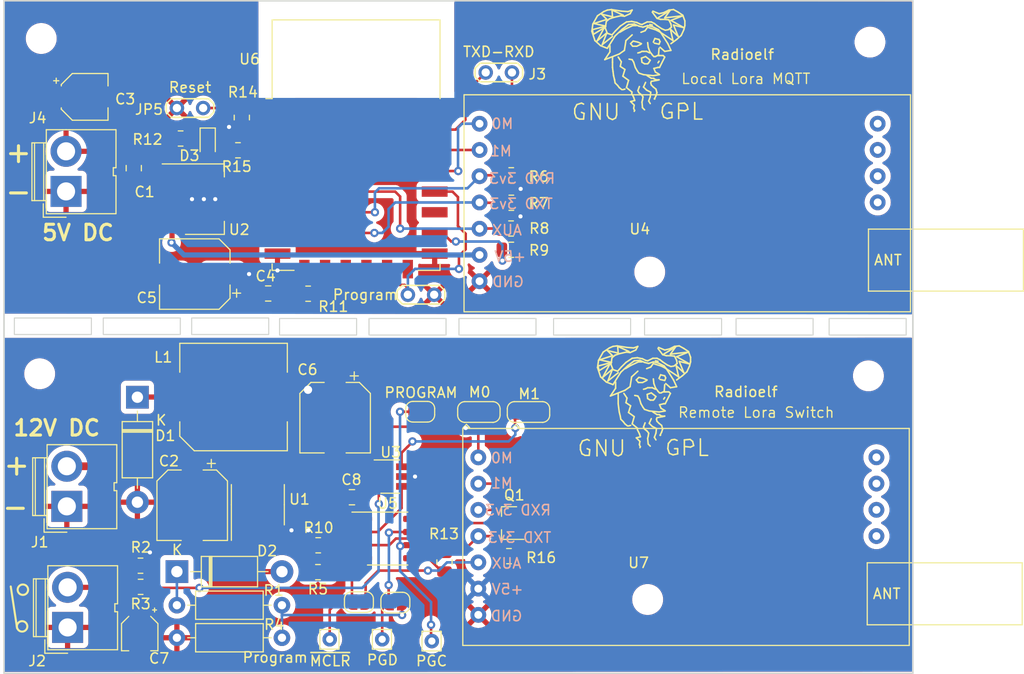
<source format=kicad_pcb>
(kicad_pcb (version 20221018) (generator pcbnew)
  (layers (0 "F.Cu" signal) (31 "B.Cu" signal) (34 "B.Paste" user) (35 "F.Paste" user) (36 "B.SilkS" user "B.Silkscreen") (37 "F.SilkS" user "F.Silkscreen") (38 "B.Mask" user) (39 "F.Mask" user) (44 "Edge.Cuts" user))
  (net 0 "")
  (net 1 "GND")
  (net 2 "+5V")
  (net 3 "Net-(C2-Pad1)")
  (net 4 "+3V3")
  (net 5 "Net-(C7-Pad1)")
  (net 6 "Net-(D1-Pad1)")
  (net 7 "Net-(D2-Pad1)")
  (net 8 "Net-(D3-Pad1)")
  (net 9 "Net-(D3-Pad2)")
  (net 10 "/AUX")
  (net 11 "/ADC")
  (net 12 "Net-(J2-Pad2)")
  (net 13 "Net-(J3-Pad1)")
  (net 14 "Net-(J3-Pad2)")
  (net 15 "Net-(JP1-Pad2)")
  (net 16 "Net-(JP2-Pad1)")
  (net 17 "Net-(JP3-Pad2)")
  (net 18 "Net-(JP4-Pad2)")
  (net 19 "Net-(JP5-Pad1)")
  (net 20 "/MODE")
  (net 21 "Net-(JP7-Pad2)")
  (net 22 "Net-(Q1-Pad1)")
  (net 23 "/TXD")
  (net 24 "Net-(Q1-Pad2)")
  (net 25 "Net-(R6-Pad1)")
  (net 26 "Net-(R7-Pad1)")
  (net 27 "Net-(R8-Pad1)")
  (net 28 "Net-(R9-Pad1)")
  (net 29 "/RXD")
  (net 30 "Net-(R15-Pad2)")
  (net 34 "/INT")
  (net 35 "Net-(U4-Pad1)")
  (net 36 "Net-(U4-Pad2)")
  (net 51 "Net-(R13-Pad2)")
  (net 52 "Net-(JP6-Pad1)")
  (net 53 "Net-(JP6-Pad2)")
  (footprint "Capacitor_SMD:CP_Elec_6.3x3" (layer "F.Cu") (at 167.625 135.6 -90)
    (fp_text reference "C6")
    (fp_text value "220uF 25V")
  )
  (footprint "Resistor_SMD:R_0805_2012Metric" (layer "F.Cu") (at 184.665 114.8)
    (fp_text reference "R7")
    (fp_text value "4K7")
  )
  (footprint "Resistor_THT:R_Axial_DIN0207_L6.3mm_D2.5mm_P10.16mm_Horizontal" (layer "F.Cu") (at 162.48 156.9 180)
    (fp_text reference "R4")
    (fp_text value "100K 1%")
  )
  (footprint "TestPoint:TestPoint_2Pads_Pitch2.54mm_Drill0.8mm" (layer "F.Cu") (at 184.725 102.19 180)
    (fp_text reference "J3")
    (fp_text value "TXD-RXD")
  )
  (footprint "Resistor_THT:R_Axial_DIN0207_L6.3mm_D2.5mm_P10.16mm_Horizontal" (layer "F.Cu") (at 162.48 153.75 180)
    (fp_text reference "R1")
    (fp_text value "220K 1%")
  )
  (footprint "Package_SO:SOIC-8_3.9x4.9mm_P1.27mm" (layer "F.Cu") (at 172.7 147.3)
    (fp_text reference "U5")
    (fp_text value "PIC12F675-ISN")
  )
  (footprint "Resistor_SMD:R_0805_2012Metric" (layer "F.Cu") (at 165.0125 123.6)
    (fp_text reference "R11")
    (fp_text value "10K")
  )
  (footprint "Resistor_SMD:R_0805_2012Metric" (layer "F.Cu") (at 148.8 149.925)
    (fp_text reference "R2")
    (fp_text value "1K")
  )
  (footprint "MountingHole:MountingHole_2.5mm" (layer "F.Cu") (at 197.85 153.2)
    (fp_text reference "REF**" hide)
    (fp_text value "2.5mm" hide)
  )
  (footprint "Resistor_SMD:R_0805_2012Metric" (layer "F.Cu") (at 184.4375 149)
    (fp_text reference "R16")
    (fp_text value "12R")
  )
  (footprint "Connector_Pin:Pin_D0.7mm_L6.5mm_W1.8mm_FlatFork" (layer "F.Cu") (at 172.175 157.05)
    (fp_text reference "H4" hide)
    (fp_text value "PGD")
  )
  (footprint "E32-xxxT20D:E220-xxxTxxD" (layer "F.Cu") (at 179.97 136.645)
    (fp_text reference "U7")
    (fp_text value "E220-868T30D")
  )
  (footprint "TestPoint:TestPoint_2Pads_Pitch2.54mm_Drill0.8mm" (layer "F.Cu") (at 154.86 105.63 180)
    (fp_text reference "JP5")
    (fp_text value "Reset")
  )
  (footprint "Connector_Pin:Pin_D0.7mm_L6.5mm_W1.8mm_FlatFork" (layer "F.Cu") (at 167.1 157.05)
    (fp_text reference "H3" hide)
    (fp_text value "~{MCLR}")
  )
  (footprint "E32-xxxT20D:E220-xxxTxxD" (layer "F.Cu") (at 180.09 104.35)
    (fp_text reference "U4")
    (fp_text value "E220-868T30D")
  )
  (footprint "RF_Module:ESP-12E" (layer "F.Cu") (at 169.65 109.22)
    (fp_text reference "U6")
    (fp_text value "ESP-12F")
  )
  (footprint "Capacitor_SMD:CP_Elec_6.3x3" (layer "F.Cu") (at 153.8 144.075 -90)
    (fp_text reference "C2")
    (fp_text value "100uF 25V")
  )
  (footprint "Capacitor_SMD:CP_Elec_4x5.8" (layer "F.Cu") (at 143.4 104.55)
    (fp_text reference "C3")
    (fp_text value "22uF")
  )
  (footprint "Resistor_SMD:R_0805_2012Metric" (layer "F.Cu") (at 148.8125 151.975 180)
    (fp_text reference "R3")
    (fp_text value "1K")
  )
  (footprint "Package_TO_SOT_SMD:SOT-223-3_TabPin2" (layer "F.Cu") (at 155 114.45)
    (fp_text reference "U2")
    (fp_text value "LM1117-3.3")
  )
  (footprint "Diode_THT:D_DO-41_SOD81_P10.16mm_Horizontal" (layer "F.Cu") (at 152.32 150.5)
    (fp_text reference "D2")
    (fp_text value "1N5817")
  )
  (footprint "Resistor_SMD:R_0805_2012Metric" (layer "F.Cu") (at 184.6375 117.29)
    (fp_text reference "R8")
    (fp_text value "4K7")
  )
  (footprint "Capacitor_SMD:C_0805_2012Metric" (layer "F.Cu") (at 169.25 143.3 180)
    (fp_text reference "C8")
    (fp_text value "100nF")
  )
  (footprint "MountingHole:MountingHole_2.5mm" (layer "F.Cu") (at 198.05 121.5)
    (fp_text reference "REF**" hide)
    (fp_text value "2.5mm" hide)
  )
  (footprint "Capacitor_SMD:C_0805_2012Metric" (layer "F.Cu") (at 161.15 123.58)
    (fp_text reference "C4")
    (fp_text value "100nF")
  )
  (footprint "Jumper:SolderJumper-2_P1.3mm_Open_RoundedPad1.0x1.5mm" (layer "F.Cu") (at 175.85 135.025)
    (fp_text reference "JP3" hide)
    (fp_text value "PROGRAM")
  )
  (footprint "Resistor_SMD:R_0805_2012Metric" (layer "F.Cu") (at 152.68 108.58 180)
    (fp_text reference "R12")
    (fp_text value "330R")
  )
  (footprint "MountingHole:MountingHole_2.5mm" (layer "F.Cu") (at 139.2 98.9)
    (fp_text reference "REF**" hide)
    (fp_text value "2.5mm" hide)
  )
  (footprint "Package_TO_SOT_SMD:SOT-23-6" (layer "F.Cu") (at 172.95 141.3)
    (fp_text reference "U3")
    (fp_text value "74LVC2G06")
  )
  (footprint "Jumper:SolderJumper-3_P1.3mm_Open_RoundedPad1.0x1.5mm" (layer "F.Cu") (at 181.525 135.05)
    (fp_text reference "JP7" hide)
    (fp_text value "M0")
  )
  (footprint "Jumper:SolderJumper-2_P1.3mm_Open_RoundedPad1.0x1.5mm" (layer "F.Cu") (at 169.925 153.45)
    (fp_text reference "JP4" hide)
    (fp_text value "Program")
  )
  (footprint "Resistor_SMD:R_0805_2012Metric" (layer "F.Cu") (at 184.6625 119.35)
    (fp_text reference "R9")
    (fp_text value "1K")
  )
  (footprint "TestPoint:TestPoint_2Pads_Pitch2.54mm_Drill0.8mm" (layer "F.Cu") (at 177.2 123.7 180)
    (fp_text reference "JP1" hide)
    (fp_text value "Program")
  )
  (footprint "Resistor_SMD:R_0805_2012Metric" (layer "F.Cu") (at 158.2275 109.72)
    (fp_text reference "R15")
    (fp_text value "1K")
  )
  (footprint "Resistor_SMD:R_0805_2012Metric" (layer "F.Cu") (at 158.6 106.55 -90)
    (fp_text reference "R14")
    (fp_text value "10K")
  )
  (footprint "Resistor_SMD:R_0805_2012Metric" (layer "F.Cu") (at 184.655 112.14)
    (fp_text reference "R6")
    (fp_text value "4K7")
  )
  (footprint "Capacitor_SMD:CP_Elec_6.3x3" (layer "F.Cu") (at 154.05 121.7 180)
    (fp_text reference "C5")
    (fp_text value "220uF")
  )
  (footprint "Package_SO:SOIC-8_3.9x4.9mm_P1.27mm" (layer "F.Cu") (at 160.15 144.025 90)
    (fp_text reference "U1")
    (fp_text value "LM2594HVM-5.0")
  )
  (footprint "MountingHole:MountingHole_2.5mm" (layer "F.Cu") (at 219.35 99.25)
    (fp_text reference "REF**" hide)
    (fp_text value "2.5mm" hide)
  )
  (footprint "Resistor_SMD:R_0805_2012Metric" (layer "F.Cu") (at 178.2 149.5875 90)
    (fp_text reference "R13")
    (fp_text value "100R")
  )
  (footprint "Connector:JWT_A3963_1x02_P3.96mm_Vertical" (layer "F.Cu") (at 141.6 113.7 90)
    (fp_text reference "J4")
    (fp_text value "Power")
  )
  (footprint "Package_TO_SOT_SMD:SOT-23" (layer "F.Cu") (at 184.475 145.8 180)
    (fp_text reference "Q1")
    (fp_text value "2N7002")
  )
  (footprint "Capacitor_SMD:C_0805_2012Metric" (layer "F.Cu") (at 148.15 111.45 -90)
    (fp_text reference "C1")
    (fp_text value "100nF")
  )
  (footprint "Inductor_SMD:L_Wuerth_WE-PDF" (layer "F.Cu") (at 157.8 133.6)
    (fp_text reference "L1")
    (fp_text value "100uH")
  )
  (footprint "Resistor_SMD:R_0805_2012Metric" (layer "F.Cu") (at 165.9875 147.95 180)
    (fp_text reference "R10")
    (fp_text value "22K")
  )
  (footprint "Connector_Pin:Pin_D0.7mm_L6.5mm_W1.8mm_FlatFork" (layer "F.Cu") (at 176.975 157.225)
    (fp_text reference "H5" hide)
    (fp_text value "PGC")
  )
  (footprint "LED_SMD:LED_0603_1608Metric" (layer "F.Cu") (at 155.3 109.05 -90)
    (fp_text reference "D3")
    (fp_text value "LED")
  )
  (footprint "Symbol:Symbol_GNU-Logo_SilkscreenTop" (layer "F.Cu") (at 197.2 99.85)
    (fp_text reference "Radioelf")
    (fp_text value "Symbol_GNU-Logo_SilkscreenTop" hide)
  )
  (footprint "Resistor_SMD:R_0805_2012Metric" (layer "F.Cu") (at 165.9625 150.55 180)
    (fp_text reference "R5")
    (fp_text value "10K")
  )
  (footprint "Connector:JWT_A3963_1x02_P3.96mm_Vertical" (layer "F.Cu") (at 141.75 155.9 90)
    (fp_text reference "J2")
    (fp_text value "Door SWITCH")
  )
  (footprint "Jumper:SolderJumper-3_P1.3mm_Open_RoundedPad1.0x1.5mm" (layer "F.Cu") (at 186.325 135.05)
    (fp_text reference "JP6" hide)
    (fp_text value "M1")
  )
  (footprint "Connector:JWT_A3963_1x02_P3.96mm_Vertical" (layer "F.Cu") (at 141.675 144.1825 90)
    (fp_text reference "J1")
    (fp_text value "Power")
  )
  (footprint "MountingHole:MountingHole_2.5mm" (layer "F.Cu") (at 139.05 131.35)
    (fp_text reference "REF**" hide)
    (fp_text value "2.5mm" hide)
  )
  (footprint "Capacitor_SMD:CP_Elec_3x5.3" (layer "F.Cu") (at 148.725 156.4 -90)
    (fp_text reference "C7")
    (fp_text value "1uF")
  )
  (footprint "MountingHole:MountingHole_2.5mm" (layer "F.Cu") (at 219.2 131.55)
    (fp_text reference "REF**" hide)
    (fp_text value "2.5mm" hide)
  )
  (footprint "Symbol:Symbol_GNU-Logo_SilkscreenTop" (layer "F.Cu") (at 197.75 132.4)
    (fp_text reference "Radioelf")
    (fp_text value "Symbol_GNU-Logo_SilkscreenTop" hide)
  )
  (footprint "Diode_THT:D_DO-41_SOD81_P10.16mm_Horizontal" (layer "F.Cu") (at 148.5 133.62 -90)
    (fp_text reference "D1")
    (fp_text value "1N5817")
  )
  (footprint "Jumper:SolderJumper-2_P1.3mm_Open_RoundedPad1.0x1.5mm" (layer "F.Cu") (at 173.45 153.5 180)
    (fp_text reference "JP2" hide)
    (fp_text value "Program" hide)
  )
  (gr_circle (center 137.425 152.25) (end 137.930594 152.25) (stroke (width 0.2)) (fill none) (layer "F.SilkS"))
  (gr_line (start 136.8625 155.9625) (end 136.25 151.9375) (stroke (width 0.2)) (layer "F.SilkS"))
  (gr_circle (center 137.35 155.8) (end 137.855594 155.8) (stroke (width 0.2)) (fill none) (layer "F.SilkS"))
  (gr_rect (start 153.75 125.95) (end 161.2 127.55) (stroke (width 0.1)) (fill none) (layer "Edge.Cuts"))
  (gr_rect (start 206.4 126) (end 213.85 127.6) (stroke (width 0.1)) (fill none) (layer "Edge.Cuts"))
  (gr_rect (start 215.4 126) (end 222.85 127.6) (stroke (width 0.1)) (fill none) (layer "Edge.Cuts"))
  (gr_rect (start 197.55 126) (end 205 127.6) (stroke (width 0.1)) (fill none) (layer "Edge.Cuts"))
  (gr_rect (start 135.6 95.25) (end 223.5 160.35) (stroke (width 0.15)) (fill none) (layer "Edge.Cuts"))
  (gr_rect (start 145.2 125.95) (end 152.65 127.55) (stroke (width 0.1)) (fill none) (layer "Edge.Cuts"))
  (gr_rect (start 179.6 126) (end 187.05 127.6) (stroke (width 0.1)) (fill none) (layer "Edge.Cuts"))
  (gr_rect (start 136.6 125.95) (end 144.05 127.55) (stroke (width 0.1)) (fill none) (layer "Edge.Cuts"))
  (gr_rect (start 188.75 126) (end 196.2 127.6) (stroke (width 0.1)) (fill none) (layer "Edge.Cuts"))
  (gr_rect (start 170.9 126) (end 178.35 127.6) (stroke (width 0.1)) (fill none) (layer "Edge.Cuts"))
  (gr_rect (start 162.25 126) (end 169.7 127.6) (stroke (width 0.1)) (fill none) (layer "Edge.Cuts"))
  (gr_text "RXD 3v3" (at 185.3 144.55) (layer "B.SilkS") (effects (font (size 1 1)) (justify mirror)))
  (gr_text "M1" (at 183.65 109.8) (layer "B.SilkS") (effects (font (size 1 1)) (justify mirror)))
  (gr_text "AUX" (at 184.2 149.7) (layer "B.SilkS") (effects (font (size 1 1)) (justify mirror)))
  (gr_text "AUX" (at 184.25 117.45) (layer "B.SilkS") (effects (font (size 1 1)) (justify mirror)))
  (gr_text "M1" (at 183.75 141.95) (layer "B.SilkS") (effects (font (size 1 1)) (justify mirror)))
  (gr_text "TXD 3v3" (at 185.6 114.9) (layer "B.SilkS") (effects (font (size 1 1)) (justify mirror)))
  (gr_text "RXD 3v3" (at 185.7 112.45) (layer "B.SilkS") (effects (font (size 1 1)) (justify mirror)))
  (gr_text "+5V" (at 184.55 120) (layer "B.SilkS") (effects (font (size 1 1)) (justify mirror)))
  (gr_text "TXD 3v3" (at 185.45 147.2) (layer "B.SilkS") (effects (font (size 1 1)) (justify mirror)))
  (gr_text "M0" (at 183.75 139.5) (layer "B.SilkS") (effects (font (size 1 1)) (justify mirror)))
  (gr_text "GND\n" (at 184.35 122.45) (layer "B.SilkS") (effects (font (size 1 1)) (justify mirror)))
  (gr_text "GND\n" (at 184.2 154.8) (layer "B.SilkS") (effects (font (size 1 1)) (justify mirror)))
  (gr_text "+5V" (at 184.3 152.2) (layer "B.SilkS") (effects (font (size 1 1)) (justify mirror)))
  (gr_text "M0" (at 183.8 107.15) (layer "B.SilkS") (effects (font (size 1 1)) (justify mirror)))
  (gr_text "5V DC" (at 142.75 117.7) (layer "F.SilkS") (effects (font (size 1.5 1.5) (thickness 0.3))))
  (gr_text "+" (at 136.825 140.15) (layer "F.SilkS") (effects (font (size 2 2) (thickness 0.3))))
  (gr_text "Local Lora MQTT" (at 207.35 102.8) (layer "F.SilkS") (effects (font (size 1 1) (thickness 0.125))))
  (gr_text "Remote Lora Switch" (at 208.35 135.1) (layer "F.SilkS") (effects (font (size 1 1) (thickness 0.125))))
  (gr_text "-" (at 136.7 144.225) (layer "F.SilkS") (effects (font (size 2 2) (thickness 0.3))))
  (gr_text "12V DC" (at 140.7 136.6) (layer "F.SilkS") (effects (font (size 1.5 1.5) (thickness 0.3))))
  (gr_text "-" (at 137 113.7) (layer "F.SilkS") (effects (font (size 2 2) (thickness 0.3))))
  (gr_text "+" (at 137 109.9) (layer "F.SilkS") (effects (font (size 2 2) (thickness 0.3))))
  (segment (start 171.85 141.3) (end 170.95 141.3) (width 0.25) (layer "F.Cu") (net 1))
  (segment (start 149.7125 149.925) (end 149.7125 148.6375) (width 0.25) (layer "F.Cu") (net 2))
  (segment (start 180.225 136.575) (end 180.25 136.6) (width 0.25) (layer "F.Cu") (net 2))
  (segment (start 168.505 145.395) (end 168.155 145.395) (width 0.25) (layer "F.Cu") (net 2))
  (segment (start 146.7 112.4) (end 144.12 109.82) (width 0.5) (layer "F.Cu") (net 2))
  (segment (start 148.9 116.75) (end 148.15 116) (width 0.5) (layer "F.Cu") (net 2))
  (segment (start 170.2 145.37) (end 170.225 145.395) (width 0.25) (layer "F.Cu") (net 2))
  (segment (start 165.075 146.55) (end 165.025 146.5) (width 0.25) (layer "F.Cu") (net 2))
  (segment (start 165.075 147.95) (end 165.075 150.525) (width 0.25) (layer "F.Cu") (net 2))
  (segment (start 165 132.9) (end 162.6 132.9) (width 0.75) (layer "F.Cu") (net 2))
  (segment (start 151.85 116.75) (end 148.9 116.75) (width 0.5) (layer "F.Cu") (net 2))
  (segment (start 151.8 117.12) (end 151.85 117.07) (width 0.25) (layer "F.Cu") (net 2))
  (segment (start 151.85 116.75) (end 151.85 118.6) (width 0.5) (layer "F.Cu") (net 2))
  (segment (start 167 146.55) (end 165.075 146.55) (width 0.25) (layer "F.Cu") (net 2))
  (segment (start 141.6 104.55) (end 141.6 109.82) (width 0.5) (layer "F.Cu") (net 2))
  (segment (start 165.075 150.525) (end 165.05 150.55) (width 0.25) (layer "F.Cu") (net 2))
  (segment (start 165.025 146.5) (end 163.4 146.5) (width 0.5) (layer "F.Cu") (net 2))
  (segment (start 167.625 134.25) (end 167.575 134.3) (width 0.25) (layer "F.Cu") (net 2))
  (segment (start 168.155 145.395) (end 167.3 146.25) (width 0.25) (layer "F.Cu") (net 2))
  (segment (start 144.12 109.82) (end 141.6 109.82) (width 0.5) (layer "F.Cu") (net 2))
  (segment (start 170.225 145.395) (end 168.505 145.395) (width 0.25) (layer "F.Cu") (net 2))
  (segment (start 174.05 141.3) (end 175.35 141.3) (width 0.25) (layer "F.Cu") (net 2))
  (segment (start 148.15 112.4) (end 146.7 112.4) (width 0.5) (layer "F.Cu") (net 2))
  (segment (start 163.4 146.5) (end 162.055 146.5) (width 0.5) (layer "F.Cu") (net 2))
  (segment (start 148.15 116) (end 148.15 112.4) (width 0.5) (layer "F.Cu") (net 2))
  (segment (start 161.9 133.6) (end 162.6 132.9) (width 0.5) (layer "F.Cu") (net 2))
  (segment (start 167.3 146.25) (end 167 146.55) (width 0.25) (layer "F.Cu") (net 2))
  (segment (start 170.2 143.3) (end 170.2 145.37) (width 0.25) (layer "F.Cu") (net 2))
  (segment (start 151.85 118.6) (end 151.8 118.65) (width 0.5) (layer "F.Cu") (net 2))
  (segment (start 165.075 147.95) (end 165.075 146.55) (width 0.5) (layer "F.Cu") (net 2))
  (segment (start 180.225 135.05) (end 180.225 136.575) (width 0.25) (layer "F.Cu") (net 2))
  (segment (start 167.625 132.9) (end 165 132.9) (width 0.5) (layer "F.Cu") (net 2))
  (via (at 163.4 146.5) (size 0.8) (drill 0.4) (layers "F.Cu" "B.Cu") (net 2))
  (via (at 175.35 141.3) (size 0.8) (drill 0.4) (layers "F.Cu" "B.Cu") (net 2))
  (via (at 149.7125 148.6375) (size 0.8) (drill 0.4) (layers "F.Cu" "B.Cu") (net 2))
  (via (at 180.25 136.6) (size 0.8) (drill 0.4) (layers "F.Cu" "B.Cu") (net 2))
  (via (at 151.8 118.65) (size 0.8) (drill 0.4) (layers "F.Cu" "B.Cu") (net 2))
  (via (at 165.025 146.5) (size 0.8) (drill 0.4) (layers "F.Cu" "B.Cu") (net 2))
  (via (at 165 132.9) (size 1.6) (drill 0.8) (layers "F.Cu" "B.Cu") (net 2))
  (segment (start 153 119.85) (end 151.8 118.65) (width 0.5) (layer "B.Cu") (net 2))
  (segment (start 181.59 119.85) (end 153 119.85) (width 0.5) (layer "B.Cu") (net 2))
  (segment (start 156.15 143.7) (end 156.15 142.3) (width 0.75) (layer "F.Cu") (net 3))
  (segment (start 156.9 150.5) (end 156.15 149.75) (width 0.5) (layer "F.Cu") (net 3))
  (segment (start 149.6025 140.3025) (end 150.7 141.4) (width 0.75) (layer "F.Cu") (net 3))
  (segment (start 159.15 143.7) (end 159.515 143.335) (width 0.5) (layer "F.Cu") (net 3))
  (segment (start 156.15 143.7) (end 159.15 143.7) (width 0.5) (layer "F.Cu") (net 3))
  (segment (start 155.225 141.375) (end 153.8 141.375) (width 0.75) (layer "F.Cu") (net 3))
  (segment (start 141.675 140.3025) (end 149.6025 140.3025) (width 0.75) (layer "F.Cu") (net 3))
  (segment (start 162.48 150.5) (end 156.9 150.5) (width 0.5) (layer "F.Cu") (net 3))
  (segment (start 159.515 143.335) (end 159.515 141.55) (width 0.5) (layer "F.Cu") (net 3))
  (segment (start 156.15 149.75) (end 156.15 143.7) (width 0.5) (layer "F.Cu") (net 3))
  (segment (start 156.15 142.3) (end 155.225 141.375) (width 0.75) (layer "F.Cu") (net 3))
  (segment (start 150.7 141.4) (end 153.775 141.4) (width 0.75) (layer "F.Cu") (net 3))
  (segment (start 153.775 141.4) (end 153.8 141.375) (width 0.75) (layer "F.Cu") (net 3))
  (segment (start 153.875 141.8) (end 153.8 141.875) (width 0.25) (layer "F.Cu") (net 3))
  (segment (start 158.15 114.45) (end 156.03 114.45) (width 0.5) (layer "F.Cu") (net 4))
  (segment (start 164.1 123.6) (end 162.12 123.6) (width 0.25) (layer "F.Cu") (net 4))
  (segment (start 185.5675 113.4575) (end 185.5675 114.79) (width 0.25) (layer "F.Cu") (net 4))
  (segment (start 185.5675 114.79) (end 185.5775 114.8) (width 0.25) (layer "F.Cu") (net 4))
  (segment (start 153.78 114.45) (end 151.85 114.45) (width 0.5) (layer "F.Cu") (net 4))
  (segment (start 156.03 114.45) (end 154.93 114.45) (width 0.5) (layer "F.Cu") (net 4))
  (segment (start 162.255 123.58) (end 162.315 123.52) (width 0.25) (layer "F.Cu") (net 4))
  (segment (start 185.55 116.12) (end 185.55 115.254381) (width 0.25) (layer "F.Cu") (net 4))
  (segment (start 153.78 114.45) (end 154.93 114.45) (width 0.5) (layer "F.Cu") (net 4))
  (segment (start 162.12 123.6) (end 162.1 123.58) (width 0.25) (layer "F.Cu") (net 4))
  (segment (start 159.3 121.7) (end 156.75 121.7) (width 0.5) (layer "F.Cu") (net 4))
  (segment (start 157.315 109.72) (end 157.315 107.51) (width 0.25) (layer "F.Cu") (net 4))
  (segment (start 185.5675 112.14) (end 185.5675 113.4575) (width 0.25) (layer "F.Cu") (net 4))
  (segment (start 158.6 107.4625) (end 157.3625 107.4625) (width 0.25) (layer "F.Cu") (net 4))
  (segment (start 157.315 107.51) (end 157.3625 107.4625) (width 0.25) (layer "F.Cu") (net 4))
  (segment (start 162.05 123.255) (end 162.315 123.52) (width 0.25) (layer "F.Cu") (net 4))
  (segment (start 185.55 117.29) (end 185.55 116.12) (width 0.25) (layer "F.Cu") (net 4))
  (segment (start 162.05 121.35) (end 162.05 123.255) (width 0.5) (layer "F.Cu") (net 4))
  (segment (start 162.05 119.72) (end 162.05 121.35) (width 0.5) (layer "F.Cu") (net 4))
  (via (at 159.3 121.7) (size 0.8) (drill 0.4) (layers "F.Cu" "B.Cu") (net 4))
  (via (at 156.03 114.45) (size 0.8) (drill 0.4) (layers "F.Cu" "B.Cu") (net 4))
  (via (at 154.93 114.45) (size 0.8) (drill 0.4) (layers "F.Cu" "B.Cu") (net 4))
  (via (at 162.05 121.35) (size 0.8) (drill 0.4) (layers "F.Cu" "B.Cu") (net 4))
  (via (at 185.55 116.12) (size 0.8) (drill 0.4) (layers "F.Cu" "B.Cu") (net 4))
  (via (at 157.3625 107.4625) (size 0.8) (drill 0.4) (layers "F.Cu" "B.Cu") (net 4))
  (via (at 185.5675 113.4575) (size 0.8) (drill 0.4) (layers "F.Cu" "B.Cu") (net 4))
  (via (at 153.78 114.45) (size 0.8) (drill 0.4) (layers "F.Cu" "B.Cu") (net 4))
  (segment (start 149.825 152.075) (end 149.725 151.975) (width 0.25) (layer "F.Cu") (net 5))
  (segment (start 148.725 152.975) (end 149.725 151.975) (width 0.25) (layer "F.Cu") (net 5))
  (segment (start 154.5 152.075) (end 149.825 152.075) (width 0.25) (layer "F.Cu") (net 5))
  (segment (start 171.85 142.25) (end 171.85 143.95) (width 0.25) (layer "F.Cu") (net 5))
  (segment (start 148.725 154.6) (end 148.725 152.975) (width 0.25) (layer "F.Cu") (net 5))
  (via (at 154.5 152.075) (size 0.8) (drill 0.4) (layers "F.Cu" "B.Cu") (net 5))
  (via (at 171.85 143.95) (size 0.8) (drill 0.4) (layers "F.Cu" "B.Cu") (net 5))
  (segment (start 171.825 143.975) (end 171.85 143.95) (width 0.25) (layer "B.Cu") (net 5))
  (segment (start 154.5 152.075) (end 170.25 152.075) (width 0.25) (layer "B.Cu") (net 5))
  (segment (start 170.25 152.075) (end 171.825 150.5) (width 0.25) (layer "B.Cu") (net 5))
  (segment (start 171.825 150.5) (end 171.825 143.975) (width 0.25) (layer "B.Cu") (net 5))
  (segment (start 153.7 133.6) (end 148.52 133.6) (width 0.5) (layer "F.Cu") (net 6))
  (segment (start 148.52 133.6) (end 148.5 133.62) (width 0.5) (layer "F.Cu") (net 6))
  (segment (start 158.245 134.745) (end 158.245 141.55) (width 0.5) (layer "F.Cu") (net 6))
  (segment (start 157.1 133.6) (end 158.245 134.745) (width 0.5) (layer "F.Cu") (net 6))
  (segment (start 153.7 133.6) (end 157.1 133.6) (width 0.5) (layer "F.Cu") (net 6))
  (segment (start 148.875 134.3) (end 148.85 134.275) (width 0.25) (layer "F.Cu") (net 6))
  (segment (start 152.32 150.5) (end 152.32 153.75) (width 0.25) (layer "B.Cu") (net 7))
  (segment (start 152.325 153.46) (end 152.34 153.475) (width 0.25) (layer "B.Cu") (net 7))
  (segment (start 153.91 108.2625) (end 153.5925 108.58) (width 0.25) (layer "F.Cu") (net 8))
  (segment (start 155.3 108.2625) (end 153.91 108.2625) (width 0.25) (layer "F.Cu") (net 8))
  (segment (start 155.3 111.21) (end 155.81 111.72) (width 0.25) (layer "F.Cu") (net 9))
  (segment (start 155.81 111.72) (end 162.05 111.72) (width 0.25) (layer "F.Cu") (net 9))
  (segment (start 155.3 109.8375) (end 155.3 111.21) (width 0.25) (layer "F.Cu") (net 9))
  (segment (start 169.195 150.55) (end 169.25 150.495) (width 0.25) (layer "F.Cu") (net 10))
  (segment (start 169.25 153.425) (end 169.275 153.45) (width 0.25) (layer "F.Cu") (net 10))
  (segment (start 170.225 149.52) (end 169.195 150.55) (width 0.25) (layer "F.Cu") (net 10))
  (segment (start 167.85 153.45) (end 167.1 154.2) (width 0.25) (layer "F.Cu") (net 10))
  (segment (start 166.875 150.55) (end 169.195 150.55) (width 0.25) (layer "F.Cu") (net 10))
  (segment (start 170.225 149.205) (end 170.225 149.52) (width 0.25) (layer "F.Cu") (net 10))
  (segment (start 167.1 154.2) (end 167.1 157.05) (width 0.25) (layer "F.Cu") (net 10))
  (segment (start 169.25 150.495) (end 169.25 153.425) (width 0.25) (layer "F.Cu") (net 10))
  (segment (start 169.275 153.45) (end 167.85 153.45) (width 0.25) (layer "F.Cu") (net 10))
  (segment (start 172.825 146.7) (end 172.825 146.725) (width 0.25) (layer "F.Cu") (net 11))
  (segment (start 172.8 153.5) (end 172.175 154.125) (width 0.25) (layer "F.Cu") (net 11))
  (segment (start 175.175 146.665) (end 172.885 146.665) (width 0.25) (layer "F.Cu") (net 11))
  (segment (start 172.8 151.8) (end 172.8 153.5) (width 0.25) (layer "F.Cu") (net 11))
  (segment (start 172.885 146.665) (end 172.825 146.725) (width 0.25) (layer "F.Cu") (net 11))
  (segment (start 172.175 154.125) (end 172.175 157.05) (width 0.25) (layer "F.Cu") (net 11))
  (via (at 172.825 146.725) (size 0.8) (drill 0.4) (layers "F.Cu" "B.Cu") (net 11))
  (via (at 172.8 151.8) (size 0.8) (drill 0.4) (layers "F.Cu" "B.Cu") (net 11))
  (segment (start 172.825 146.725) (end 172.825 151.775) (width 0.25) (layer "B.Cu") (net 11))
  (segment (start 172.825 151.775) (end 172.8 151.8) (width 0.25) (layer "B.Cu") (net 11))
  (segment (start 147.775 151.9) (end 147.75 151.925) (width 0.25) (layer "F.Cu") (net 12))
  (segment (start 147.655 152.02) (end 147.75 151.925) (width 0.25) (layer "F.Cu") (net 12))
  (segment (start 147.8875 149.925) (end 147.8875 151.9625) (width 0.25) (layer "F.Cu") (net 12))
  (segment (start 147.8875 151.9625) (end 147.9 151.975) (width 0.25) (layer "F.Cu") (net 12))
  (segment (start 141.75 152.02) (end 147.655 152.02) (width 0.5) (layer "F.Cu") (net 12))
  (segment (start 180.22 106.77) (end 179.27 107.72) (width 0.25) (layer "F.Cu") (net 13))
  (segment (start 184.725 104.275) (end 184.36 104.64) (width 0.25) (layer "F.Cu") (net 13))
  (segment (start 179.27 107.72) (end 177.25 107.72) (width 0.25) (layer "F.Cu") (net 13))
  (segment (start 180.22 105.5) (end 180.22 106.77) (width 0.25) (layer "F.Cu") (net 13))
  (segment (start 184.725 102.19) (end 184.725 104.275) (width 0.25) (layer "F.Cu") (net 13))
  (segment (start 181.08 104.64) (end 180.22 105.5) (width 0.25) (layer "F.Cu") (net 13))
  (segment (start 184.36 104.64) (end 181.08 104.64) (width 0.25) (layer "F.Cu") (net 13))
  (segment (start 177.25 105.72) (end 178.655 105.72) (width 0.25) (layer "F.Cu") (net 14))
  (segment (start 178.655 105.72) (end 182.185 102.19) (width 0.25) (layer "F.Cu") (net 14))
  (segment (start 179.724501 121.175499) (end 179.6 121.3) (width 0.25) (layer "F.Cu") (net 15))
  (segment (start 177.25 113.72) (end 178.97 113.72) (width 0.25) (layer "F.Cu") (net 15))
  (segment (start 179.6 121.2) (end 179.6 119.95) (width 0.25) (layer "F.Cu") (net 15))
  (segment (start 179.6 119.95) (end 180.25 119.3) (width 0.25) (layer "F.Cu") (net 15))
  (segment (start 180.25 117.8) (end 179.5 117.05) (width 0.25) (layer "F.Cu") (net 15))
  (segment (start 174.35 122.75) (end 166.775 122.75) (width 0.25) (layer "F.Cu") (net 15))
  (segment (start 178.97 113.72) (end 179.5 114.25) (width 0.25) (layer "F.Cu") (net 15))
  (segment (start 174.66 123.06) (end 174.35 122.75) (width 0.25) (layer "F.Cu") (net 15))
  (segment (start 166.775 122.75) (end 165.925 123.6) (width 0.25) (layer "F.Cu") (net 15))
  (segment (start 179.5 114.25) (end 179.5 117.05) (width 0.25) (layer "F.Cu") (net 15))
  (segment (start 174.66 123.7) (end 174.66 123.06) (width 0.25) (layer "F.Cu") (net 15))
  (segment (start 180.25 119.3) (end 180.25 117.8) (width 0.25) (layer "F.Cu") (net 15))
  (via (at 179.6 121.2) (size 0.8) (drill 0.4) (layers "F.Cu" "B.Cu") (net 15))
  (segment (start 174.66 121.89) (end 175.2 121.35) (width 0.25) (layer "B.Cu") (net 15))
  (segment (start 179.55 121.15) (end 179.6 121.2) (width 0.25) (layer "B.Cu") (net 15))
  (segment (start 175.35 121.2) (end 175.2 121.35) (width 0.25) (layer "B.Cu") (net 15))
  (segment (start 179.6 121.2) (end 175.35 121.2) (width 0.25) (layer "B.Cu") (net 15))
  (segment (start 174.66 123.7) (end 174.66 121.89) (width 0.25) (layer "B.Cu") (net 15))
  (segment (start 174.1 154.7) (end 174.1 153.5) (width 0.25) (layer "F.Cu") (net 16))
  (segment (start 174.05 153.45) (end 174.1 153.5) (width 0.25) (layer "F.Cu") (net 16))
  (via (at 174.1 154.7) (size 0.8) (drill 0.4) (layers "F.Cu" "B.Cu") (net 16))
  (segment (start 162.48 154.72) (end 162.48 156.9) (width 0.25) (layer "B.Cu") (net 16))
  (segment (start 174.1 154.7) (end 162.5 154.7) (width 0.25) (layer "B.Cu") (net 16))
  (segment (start 162.48 153.75) (end 162.48 154.72) (width 0.25) (layer "B.Cu") (net 16))
  (segment (start 162.5 154.7) (end 162.48 154.72) (width 0.25) (layer "B.Cu") (net 16))
  (segment (start 176.5 135.025) (end 176.5 135.8) (width 0.25) (layer "F.Cu") (net 17))
  (segment (start 171.85 140.35) (end 171.85 138.15) (width 0.25) (layer "F.Cu") (net 17))
  (segment (start 176.525 135.05) (end 176.5 135.025) (width 0.25) (layer "F.Cu") (net 17))
  (segment (start 175.825 136.475) (end 172.525 136.475) (width 0.25) (layer "F.Cu") (net 17))
  (segment (start 172.525 136.475) (end 171.85 137.15) (width 0.25) (layer "F.Cu") (net 17))
  (segment (start 176.5 135.8) (end 175.825 136.475) (width 0.25) (layer "F.Cu") (net 17))
  (segment (start 171.85 137.15) (end 171.85 138.15) (width 0.25) (layer "F.Cu") (net 17))
  (segment (start 176.525 135) (end 176.5 135.025) (width 0.25) (layer "F.Cu") (net 17))
  (segment (start 170.575 151.625) (end 170.575 153.45) (width 0.25) (layer "F.Cu") (net 18))
  (segment (start 176.6 150.4) (end 171.8 150.4) (width 0.25) (layer "F.Cu") (net 18))
  (segment (start 171.8 150.4) (end 170.575 151.625) (width 0.25) (layer "F.Cu") (net 18))
  (via (at 176.6 150.4) (size 0.8) (drill 0.4) (layers "F.Cu" "B.Cu") (net 18))
  (segment (start 176.6 150.4) (end 177.65 150.4) (width 0.25) (layer "B.Cu") (net 18))
  (segment (start 178.445 149.605) (end 181.47 149.605) (width 0.25) (layer "B.Cu") (net 18))
  (segment (start 177.65 150.4) (end 178.445 149.605) (width 0.25) (layer "B.Cu") (net 18))
  (segment (start 162.05 105.72) (end 158.6825 105.72) (width 0.25) (layer "F.Cu") (net 19))
  (segment (start 158.6825 105.72) (end 158.6 105.6375) (width 0.25) (layer "F.Cu") (net 19))
  (segment (start 158.6 105.6375) (end 158.5925 105.63) (width 0.25) (layer "F.Cu") (net 19))
  (segment (start 158.5925 105.63) (end 154.86 105.63) (width 0.25) (layer "F.Cu") (net 19))
  (segment (start 176.900489 157.150489) (end 176.900489 155.649511) (width 0.25) (layer "F.Cu") (net 20))
  (segment (start 174.0045 147.935) (end 173.915 148.0245) (width 0.25) (layer "F.Cu") (net 20))
  (segment (start 173.9 135.025) (end 175.2 135.025) (width 0.25) (layer "F.Cu") (net 20))
  (segment (start 175.175 147.935) (end 174.0045 147.935) (width 0.25) (layer "F.Cu") (net 20))
  (via (at 173.9 135.025) (size 0.8) (drill 0.4) (layers "F.Cu" "B.Cu") (net 20))
  (via (at 176.900489 155.649511) (size 0.8) (drill 0.4) (layers "F.Cu" "B.Cu") (net 20))
  (via (at 173.915 148.0245) (size 0.8) (drill 0.4) (layers "F.Cu" "B.Cu") (net 20))
  (segment (start 173.9 147.875) (end 173.9 135.025) (width 0.25) (layer "B.Cu") (net 20))
  (segment (start 176.900489 155.649511) (end 176.900489 153.450489) (width 0.25) (layer "B.Cu") (net 20))
  (segment (start 173.9 150.45) (end 173.9 147.875) (width 0.25) (layer "B.Cu") (net 20))
  (segment (start 176.900489 153.450489) (end 176.8 153.35) (width 0.25) (layer "B.Cu") (net 20))
  (segment (start 176.8 153.35) (end 173.9 150.45) (width 0.25) (layer "B.Cu") (net 20))
  (segment (start 181.525 139.39) (end 181.47 139.445) (width 0.25) (layer "F.Cu") (net 21))
  (segment (start 181.47 134.995) (end 181.525 135.05) (width 0.25) (layer "F.Cu") (net 21))
  (segment (start 181.47 139.445) (end 181.47 135.105) (width 0.25) (layer "F.Cu") (net 21))
  (segment (start 181.47 135.105) (end 181.525 135.05) (width 0.25) (layer "F.Cu") (net 21))
  (segment (start 185.5125 146.7125) (end 185.475 146.75) (width 0.25) (layer "F.Cu") (net 22))
  (segment (start 185.475 148.875) (end 185.35 149) (width 0.25) (layer "F.Cu") (net 22))
  (segment (start 185.475 146.75) (end 185.475 148.875) (width 0.25) (layer "F.Cu") (net 22))
  (segment (start 166.915 147.935) (end 166.9 147.95) (width 0.25) (layer "F.Cu") (net 23))
  (segment (start 170.225 147.935) (end 172.865 147.935) (width 0.25) (layer "F.Cu") (net 23))
  (segment (start 166.905 147.955) (end 166.9 147.95) (width 0.25) (layer "F.Cu") (net 23))
  (segment (start 183.475 145.8) (end 179.325 145.8) (width 0.25) (layer "F.Cu") (net 23))
  (segment (start 179.325 145.8) (end 178.9375 146.1875) (width 0.25) (layer "F.Cu") (net 23))
  (segment (start 173.5 147.3) (end 177.825 147.3) (width 0.25) (layer "F.Cu") (net 23))
  (segment (start 170.125 147.935) (end 166.915 147.935) (width 0.25) (layer "F.Cu") (net 23))
  (segment (start 177.825 147.3) (end 178.9375 146.1875) (width 0.25) (layer "F.Cu") (net 23))
  (segment (start 172.865 147.935) (end 173.5 147.3) (width 0.25) (layer "F.Cu") (net 23))
  (segment (start 185.5125 144.8875) (end 185.475 144.85) (width 0.25) (layer "F.Cu") (net 24))
  (segment (start 181.47 144.525) (end 185.15 144.525) (width 0.25) (layer "F.Cu") (net 24))
  (segment (start 185.15 144.525) (end 185.475 144.85) (width 0.25) (layer "F.Cu") (net 24))
  (segment (start 183.7425 112.14) (end 181.68 112.14) (width 0.25) (layer "F.Cu") (net 25))
  (segment (start 162.05 115.72) (end 171.47 115.72) (width 0.25) (layer "F.Cu") (net 25))
  (segment (start 181.68 112.14) (end 181.59 112.23) (width 0.25) (layer "F.Cu") (net 25))
  (via (at 171.47 115.72) (size 0.8) (drill 0.4) (layers "F.Cu" "B.Cu") (net 25))
  (segment (start 181.59 112.23) (end 180.42 113.4) (width 0.25) (layer "B.Cu") (net 25))
  (segment (start 171.87 113.4) (end 171.47 113.8) (width 0.25) (layer "B.Cu") (net 25))
  (segment (start 180.42 113.4) (end 171.87 113.4) (width 0.25) (layer "B.Cu") (net 25))
  (segment (start 171.47 113.8) (end 171.47 115.72) (width 0.25) (layer "B.Cu") (net 25))
  (segment (start 181.62 114.8) (end 181.59 114.77) (width 0.25) (layer "F.Cu") (net 26))
  (segment (start 162.05 117.72) (end 171.42 117.72) (width 0.25) (layer "F.Cu") (net 26))
  (segment (start 183.7525 114.8) (end 181.62 114.8) (width 0.25) (layer "F.Cu") (net 26))
  (via (at 171.42 117.72) (size 0.8) (drill 0.4) (layers "F.Cu" "B.Cu") (net 26))
  (segment (start 172.18 117.72) (end 171.42 117.72) (width 0.25) (layer "B.Cu") (net 26))
  (segment (start 172.79 115.41) (end 172.79 117.11) (width 0.25) (layer "B.Cu") (net 26))
  (segment (start 172.79 117.11) (end 172.18 117.72) (width 0.25) (layer "B.Cu") (net 26))
  (segment (start 181.59 114.77) (end 173.43 114.77) (width 0.25) (layer "B.Cu") (net 26))
  (segment (start 173.43 114.77) (end 172.79 115.41) (width 0.25) (layer "B.Cu") (net 26))
  (segment (start 181.61 117.29) (end 181.59 117.31) (width 0.25) (layer "F.Cu") (net 27))
  (segment (start 173.91 117.3) (end 173.91 114.2) (width 0.25) (layer "F.Cu") (net 27))
  (segment (start 183.725 117.29) (end 181.61 117.29) (width 0.25) (layer "F.Cu") (net 27))
  (segment (start 173.43 113.72) (end 162.05 113.72) (width 0.25) (layer "F.Cu") (net 27))
  (segment (start 173.91 114.2) (end 173.43 113.72) (width 0.25) (layer "F.Cu") (net 27))
  (via (at 173.91 117.3) (size 0.8) (drill 0.4) (layers "F.Cu" "B.Cu") (net 27))
  (segment (start 181.59 117.31) (end 173.91 117.3) (width 0.25) (layer "B.Cu") (net 27))
  (segment (start 178.02 117.72) (end 177.25 117.72) (width 0.25) (layer "F.Cu") (net 28))
  (segment (start 183.8 119.4) (end 183.75 119.35) (width 0.25) (layer "F.Cu") (net 28))
  (segment (start 178.85 118.55) (end 178.02 117.72) (width 0.25) (layer "F.Cu") (net 28))
  (segment (start 179.3 118.55) (end 178.85 118.55) (width 0.25) (layer "F.Cu") (net 28))
  (segment (start 183.8 120.4) (end 183.8 119.4) (width 0.25) (layer "F.Cu") (net 28))
  (via (at 183.8 120.4) (size 0.8) (drill 0.4) (layers "F.Cu" "B.Cu") (net 28))
  (via (at 179.3 118.55) (size 0.8) (drill 0.4) (layers "F.Cu" "B.Cu") (net 28))
  (segment (start 183.45 118.55) (end 183.8 118.9) (width 0.25) (layer "B.Cu") (net 28))
  (segment (start 179.3 118.55) (end 183.45 118.55) (width 0.25) (layer "B.Cu") (net 28))
  (segment (start 183.8 118.9) (end 183.8 120.4) (width 0.25) (layer "B.Cu") (net 28))
  (segment (start 177.95 150.5) (end 176.655 149.205) (width 0.25) (layer "F.Cu") (net 29))
  (segment (start 178.2 150.5) (end 177.95 150.5) (width 0.25) (layer "F.Cu") (net 29))
  (segment (start 176.655 149.205) (end 175.175 149.205) (width 0.25) (layer "F.Cu") (net 29))
  (segment (start 162.05 109.72) (end 159.14 109.72) (width 0.25) (layer "F.Cu") (net 30))
  (segment (start 174.05 144.35) (end 174.05 142.25) (width 0.25) (layer "F.Cu") (net 34))
  (segment (start 171.735 146.665) (end 174.05 144.35) (width 0.25) (layer "F.Cu") (net 34))
  (segment (start 170.225 146.665) (end 171.735 146.665) (width 0.25) (layer "F.Cu") (net 34))
  (segment (start 179.53 111.73) (end 177.26 111.73) (width 0.25) (layer "F.Cu") (net 35))
  (segment (start 177.26 111.73) (end 177.25 111.72) (width 0.25) (layer "F.Cu") (net 35))
  (via (at 179.53 111.73) (size 0.8) (drill 0.4) (layers "F.Cu" "B.Cu") (net 35))
  (segment (start 181.59 107.15) (end 179.9 107.15) (width 0.25) (layer "B.Cu") (net 35))
  (segment (start 179.51 107.54) (end 179.51 111.71) (width 0.25) (layer "B.Cu") (net 35))
  (segment (start 179.51 111.71) (end 179.53 111.73) (width 0.25) (layer "B.Cu") (net 35))
  (segment (start 179.9 107.15) (end 179.51 107.54) (width 0.25) (layer "B.Cu") (net 35))
  (segment (start 177.28 109.69) (end 177.25 109.72) (width 0.25) (layer "F.Cu") (net 36))
  (segment (start 181.59 109.69) (end 177.28 109.69) (width 0.25) (layer "F.Cu") (net 36))
  (segment (start 181.47 147.065) (end 180.0925 148.4425) (width 0.25) (layer "F.Cu") (net 51))
  (segment (start 183.525 149) (end 183.525 147.475) (width 0.25) (layer "F.Cu") (net 51))
  (segment (start 178.2 148.675) (end 179.86 148.675) (width 0.25) (layer "F.Cu") (net 51))
  (segment (start 183.115 147.065) (end 181.47 147.065) (width 0.25) (layer "F.Cu") (net 51))
  (segment (start 179.86 148.675) (end 180.0925 148.4425) (width 0.25) (layer "F.Cu") (net 51))
  (segment (start 183.525 147.475) (end 183.115 147.065) (width 0.25) (layer "F.Cu") (net 51))
  (segment (start 185.025 135.05) (end 185.025 136.575) (width 0.25) (layer "F.Cu") (net 52))
  (segment (start 175.1 137.9) (end 175.1 137.95) (width 0.25) (layer "F.Cu") (net 52))
  (segment (start 174.05 139) (end 174.05 140.35) (width 0.25) (layer "F.Cu") (net 52))
  (segment (start 175.1 137.95) (end 174.625 138.425) (width 0.25) (layer "F.Cu") (net 52))
  (segment (start 185.025 136.575) (end 185.05 136.6) (width 0.25) (layer "F.Cu") (net 52))
  (segment (start 174.625 138.425) (end 174.05 139) (width 0.25) (layer "F.Cu") (net 52))
  (via (at 185.05 136.6) (size 0.8) (drill 0.4) (layers "F.Cu" "B.Cu") (net 52))
  (via (at 175.1 137.9) (size 0.8) (drill 0.4) (layers "F.Cu" "B.Cu") (net 52))
  (segment (start 185.05 137.25) (end 184.4 137.9) (width 0.25) (layer "B.Cu") (net 52))
  (segment (start 185.05 136.6) (end 185.05 137.25) (width 0.25) (layer "B.Cu") (net 52))
  (segment (start 184.4 137.9) (end 175.1 137.9) (width 0.25) (layer "B.Cu") (net 52))
  (segment (start 185.49 141.985) (end 181.47 141.985) (width 0.25) (layer "F.Cu") (net 53))
  (segment (start 186.325 135.05) (end 186.325 141.15) (width 0.25) (layer "F.Cu") (net 53))
  (segment (start 186.325 141.15) (end 185.49 141.985) (width 0.25) (layer "F.Cu") (net 53))
  (zone (net 1) (net_name "GND") (layer "F.Cu") (connect_pads (clearance 0.508)) (min_thickness 0.254) (fill yes (thermal_gap 0.508) (thermal_bridge_width 0.508))
    (polygon (pts (xy 135.57 95.23) (xy 160.2 95.180423) (xy 160.22 104.650423) (xy 179.15 104.65) (xy 179.15 95.3) (xy 223.481537 95.336812) (xy 223.541537 125.596812) (xy 135.58 125.52) (xy 135.56 95.23)))
  )
  (zone (net 1) (net_name "GND") (layer "F.Cu") (connect_pads (clearance 0.508)) (min_thickness 0.254) (fill yes (thermal_gap 0.508) (thermal_bridge_width 0.508))
    (polygon (pts (xy 223.571345 160.179903) (xy 135.5 160.2) (xy 135.6 127.875) (xy 223.471345 127.854903)))
  )
  (zone (net 2) (net_name "+5V") (layer "B.Cu") (connect_pads (clearance 0.508)) (min_thickness 0.254) (fill yes (thermal_gap 0.508) (thermal_bridge_width 0.508))
    (polygon (pts (xy 223.534489 160.180018) (xy 135.5 160.2) (xy 135.6 127.875) (xy 223.434489 127.855018)))
  )
  (zone (net 4) (net_name "+3V3") (layer "B.Cu") (connect_pads (clearance 0.508)) (min_thickness 0.254) (fill yes (thermal_gap 0.508) (thermal_bridge_width 0.508))
    (polygon (pts (xy 160.220001 104.650422) (xy 179.15 104.65) (xy 179.15 95.3) (xy 223.424636 95.331313) (xy 223.464636 125.601313) (xy 135.59 125.53) (xy 135.56 95.23) (xy 160.200001 95.180422)))
  )
)
</source>
